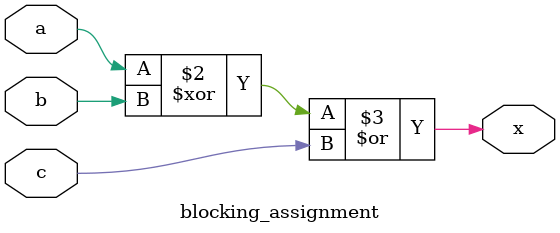
<source format=v>
`timescale 1ns/1ps

module blocking_assignment(
	input a,b,c,
	output reg x
);

	always@(a,b,c)
	begin
		x = a;		// first, this line is compiled so, x = a
		x = x ^ b;	// second, this line is compiled so, x = a ^ b
		x = x | c;	// last, this line is compiled so, x = (a ^ b) | c
	end
endmodule

// At the end of always block, the logic circuit is synthesized as (a ^ b) | c

</source>
